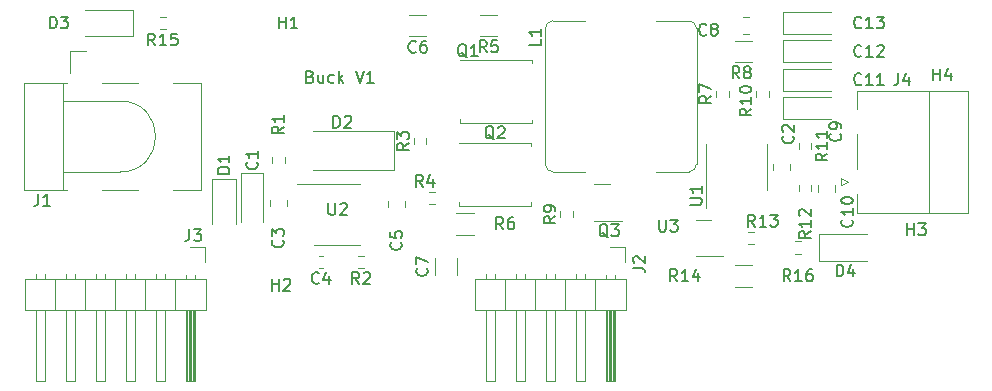
<source format=gbr>
%TF.GenerationSoftware,KiCad,Pcbnew,(6.0.1)*%
%TF.CreationDate,2022-06-13T19:43:20+02:00*%
%TF.ProjectId,Buck IRS25411,4275636b-2049-4525-9332-353431312e6b,rev?*%
%TF.SameCoordinates,Original*%
%TF.FileFunction,Legend,Top*%
%TF.FilePolarity,Positive*%
%FSLAX46Y46*%
G04 Gerber Fmt 4.6, Leading zero omitted, Abs format (unit mm)*
G04 Created by KiCad (PCBNEW (6.0.1)) date 2022-06-13 19:43:20*
%MOMM*%
%LPD*%
G01*
G04 APERTURE LIST*
%ADD10C,0.150000*%
%ADD11C,0.120000*%
G04 APERTURE END LIST*
D10*
X113700000Y-95128571D02*
X113842857Y-95176190D01*
X113890476Y-95223809D01*
X113938095Y-95319047D01*
X113938095Y-95461904D01*
X113890476Y-95557142D01*
X113842857Y-95604761D01*
X113747619Y-95652380D01*
X113366666Y-95652380D01*
X113366666Y-94652380D01*
X113700000Y-94652380D01*
X113795238Y-94700000D01*
X113842857Y-94747619D01*
X113890476Y-94842857D01*
X113890476Y-94938095D01*
X113842857Y-95033333D01*
X113795238Y-95080952D01*
X113700000Y-95128571D01*
X113366666Y-95128571D01*
X114795238Y-94985714D02*
X114795238Y-95652380D01*
X114366666Y-94985714D02*
X114366666Y-95509523D01*
X114414285Y-95604761D01*
X114509523Y-95652380D01*
X114652380Y-95652380D01*
X114747619Y-95604761D01*
X114795238Y-95557142D01*
X115700000Y-95604761D02*
X115604761Y-95652380D01*
X115414285Y-95652380D01*
X115319047Y-95604761D01*
X115271428Y-95557142D01*
X115223809Y-95461904D01*
X115223809Y-95176190D01*
X115271428Y-95080952D01*
X115319047Y-95033333D01*
X115414285Y-94985714D01*
X115604761Y-94985714D01*
X115700000Y-95033333D01*
X116128571Y-95652380D02*
X116128571Y-94652380D01*
X116223809Y-95271428D02*
X116509523Y-95652380D01*
X116509523Y-94985714D02*
X116128571Y-95366666D01*
X117557142Y-94652380D02*
X117890476Y-95652380D01*
X118223809Y-94652380D01*
X119080952Y-95652380D02*
X118509523Y-95652380D01*
X118795238Y-95652380D02*
X118795238Y-94652380D01*
X118700000Y-94795238D01*
X118604761Y-94890476D01*
X118509523Y-94938095D01*
%TO.C,C8*%
X147233333Y-91557142D02*
X147185714Y-91604761D01*
X147042857Y-91652380D01*
X146947619Y-91652380D01*
X146804761Y-91604761D01*
X146709523Y-91509523D01*
X146661904Y-91414285D01*
X146614285Y-91223809D01*
X146614285Y-91080952D01*
X146661904Y-90890476D01*
X146709523Y-90795238D01*
X146804761Y-90700000D01*
X146947619Y-90652380D01*
X147042857Y-90652380D01*
X147185714Y-90700000D01*
X147233333Y-90747619D01*
X147804761Y-91080952D02*
X147709523Y-91033333D01*
X147661904Y-90985714D01*
X147614285Y-90890476D01*
X147614285Y-90842857D01*
X147661904Y-90747619D01*
X147709523Y-90700000D01*
X147804761Y-90652380D01*
X147995238Y-90652380D01*
X148090476Y-90700000D01*
X148138095Y-90747619D01*
X148185714Y-90842857D01*
X148185714Y-90890476D01*
X148138095Y-90985714D01*
X148090476Y-91033333D01*
X147995238Y-91080952D01*
X147804761Y-91080952D01*
X147709523Y-91128571D01*
X147661904Y-91176190D01*
X147614285Y-91271428D01*
X147614285Y-91461904D01*
X147661904Y-91557142D01*
X147709523Y-91604761D01*
X147804761Y-91652380D01*
X147995238Y-91652380D01*
X148090476Y-91604761D01*
X148138095Y-91557142D01*
X148185714Y-91461904D01*
X148185714Y-91271428D01*
X148138095Y-91176190D01*
X148090476Y-91128571D01*
X147995238Y-91080952D01*
%TO.C,H4*%
X166438095Y-95452380D02*
X166438095Y-94452380D01*
X166438095Y-94928571D02*
X167009523Y-94928571D01*
X167009523Y-95452380D02*
X167009523Y-94452380D01*
X167914285Y-94785714D02*
X167914285Y-95452380D01*
X167676190Y-94404761D02*
X167438095Y-95119047D01*
X168057142Y-95119047D01*
%TO.C,H3*%
X164238095Y-108552380D02*
X164238095Y-107552380D01*
X164238095Y-108028571D02*
X164809523Y-108028571D01*
X164809523Y-108552380D02*
X164809523Y-107552380D01*
X165190476Y-107552380D02*
X165809523Y-107552380D01*
X165476190Y-107933333D01*
X165619047Y-107933333D01*
X165714285Y-107980952D01*
X165761904Y-108028571D01*
X165809523Y-108123809D01*
X165809523Y-108361904D01*
X165761904Y-108457142D01*
X165714285Y-108504761D01*
X165619047Y-108552380D01*
X165333333Y-108552380D01*
X165238095Y-108504761D01*
X165190476Y-108457142D01*
%TO.C,H2*%
X110438095Y-113252380D02*
X110438095Y-112252380D01*
X110438095Y-112728571D02*
X111009523Y-112728571D01*
X111009523Y-113252380D02*
X111009523Y-112252380D01*
X111438095Y-112347619D02*
X111485714Y-112300000D01*
X111580952Y-112252380D01*
X111819047Y-112252380D01*
X111914285Y-112300000D01*
X111961904Y-112347619D01*
X112009523Y-112442857D01*
X112009523Y-112538095D01*
X111961904Y-112680952D01*
X111390476Y-113252380D01*
X112009523Y-113252380D01*
%TO.C,H1*%
X111038095Y-91052380D02*
X111038095Y-90052380D01*
X111038095Y-90528571D02*
X111609523Y-90528571D01*
X111609523Y-91052380D02*
X111609523Y-90052380D01*
X112609523Y-91052380D02*
X112038095Y-91052380D01*
X112323809Y-91052380D02*
X112323809Y-90052380D01*
X112228571Y-90195238D01*
X112133333Y-90290476D01*
X112038095Y-90338095D01*
%TO.C,R16*%
X154357142Y-112452380D02*
X154023809Y-111976190D01*
X153785714Y-112452380D02*
X153785714Y-111452380D01*
X154166666Y-111452380D01*
X154261904Y-111500000D01*
X154309523Y-111547619D01*
X154357142Y-111642857D01*
X154357142Y-111785714D01*
X154309523Y-111880952D01*
X154261904Y-111928571D01*
X154166666Y-111976190D01*
X153785714Y-111976190D01*
X155309523Y-112452380D02*
X154738095Y-112452380D01*
X155023809Y-112452380D02*
X155023809Y-111452380D01*
X154928571Y-111595238D01*
X154833333Y-111690476D01*
X154738095Y-111738095D01*
X156166666Y-111452380D02*
X155976190Y-111452380D01*
X155880952Y-111500000D01*
X155833333Y-111547619D01*
X155738095Y-111690476D01*
X155690476Y-111880952D01*
X155690476Y-112261904D01*
X155738095Y-112357142D01*
X155785714Y-112404761D01*
X155880952Y-112452380D01*
X156071428Y-112452380D01*
X156166666Y-112404761D01*
X156214285Y-112357142D01*
X156261904Y-112261904D01*
X156261904Y-112023809D01*
X156214285Y-111928571D01*
X156166666Y-111880952D01*
X156071428Y-111833333D01*
X155880952Y-111833333D01*
X155785714Y-111880952D01*
X155738095Y-111928571D01*
X155690476Y-112023809D01*
%TO.C,R15*%
X100557142Y-92482380D02*
X100223809Y-92006190D01*
X99985714Y-92482380D02*
X99985714Y-91482380D01*
X100366666Y-91482380D01*
X100461904Y-91530000D01*
X100509523Y-91577619D01*
X100557142Y-91672857D01*
X100557142Y-91815714D01*
X100509523Y-91910952D01*
X100461904Y-91958571D01*
X100366666Y-92006190D01*
X99985714Y-92006190D01*
X101509523Y-92482380D02*
X100938095Y-92482380D01*
X101223809Y-92482380D02*
X101223809Y-91482380D01*
X101128571Y-91625238D01*
X101033333Y-91720476D01*
X100938095Y-91768095D01*
X102414285Y-91482380D02*
X101938095Y-91482380D01*
X101890476Y-91958571D01*
X101938095Y-91910952D01*
X102033333Y-91863333D01*
X102271428Y-91863333D01*
X102366666Y-91910952D01*
X102414285Y-91958571D01*
X102461904Y-92053809D01*
X102461904Y-92291904D01*
X102414285Y-92387142D01*
X102366666Y-92434761D01*
X102271428Y-92482380D01*
X102033333Y-92482380D01*
X101938095Y-92434761D01*
X101890476Y-92387142D01*
%TO.C,Q2*%
X129254761Y-100447619D02*
X129159523Y-100400000D01*
X129064285Y-100304761D01*
X128921428Y-100161904D01*
X128826190Y-100114285D01*
X128730952Y-100114285D01*
X128778571Y-100352380D02*
X128683333Y-100304761D01*
X128588095Y-100209523D01*
X128540476Y-100019047D01*
X128540476Y-99685714D01*
X128588095Y-99495238D01*
X128683333Y-99400000D01*
X128778571Y-99352380D01*
X128969047Y-99352380D01*
X129064285Y-99400000D01*
X129159523Y-99495238D01*
X129207142Y-99685714D01*
X129207142Y-100019047D01*
X129159523Y-100209523D01*
X129064285Y-100304761D01*
X128969047Y-100352380D01*
X128778571Y-100352380D01*
X129588095Y-99447619D02*
X129635714Y-99400000D01*
X129730952Y-99352380D01*
X129969047Y-99352380D01*
X130064285Y-99400000D01*
X130111904Y-99447619D01*
X130159523Y-99542857D01*
X130159523Y-99638095D01*
X130111904Y-99780952D01*
X129540476Y-100352380D01*
X130159523Y-100352380D01*
%TO.C,D4*%
X158261904Y-112052380D02*
X158261904Y-111052380D01*
X158500000Y-111052380D01*
X158642857Y-111100000D01*
X158738095Y-111195238D01*
X158785714Y-111290476D01*
X158833333Y-111480952D01*
X158833333Y-111623809D01*
X158785714Y-111814285D01*
X158738095Y-111909523D01*
X158642857Y-112004761D01*
X158500000Y-112052380D01*
X158261904Y-112052380D01*
X159690476Y-111385714D02*
X159690476Y-112052380D01*
X159452380Y-111004761D02*
X159214285Y-111719047D01*
X159833333Y-111719047D01*
%TO.C,D3*%
X91661904Y-91052380D02*
X91661904Y-90052380D01*
X91900000Y-90052380D01*
X92042857Y-90100000D01*
X92138095Y-90195238D01*
X92185714Y-90290476D01*
X92233333Y-90480952D01*
X92233333Y-90623809D01*
X92185714Y-90814285D01*
X92138095Y-90909523D01*
X92042857Y-91004761D01*
X91900000Y-91052380D01*
X91661904Y-91052380D01*
X92566666Y-90052380D02*
X93185714Y-90052380D01*
X92852380Y-90433333D01*
X92995238Y-90433333D01*
X93090476Y-90480952D01*
X93138095Y-90528571D01*
X93185714Y-90623809D01*
X93185714Y-90861904D01*
X93138095Y-90957142D01*
X93090476Y-91004761D01*
X92995238Y-91052380D01*
X92709523Y-91052380D01*
X92614285Y-91004761D01*
X92566666Y-90957142D01*
%TO.C,C10*%
X159557142Y-107242857D02*
X159604761Y-107290476D01*
X159652380Y-107433333D01*
X159652380Y-107528571D01*
X159604761Y-107671428D01*
X159509523Y-107766666D01*
X159414285Y-107814285D01*
X159223809Y-107861904D01*
X159080952Y-107861904D01*
X158890476Y-107814285D01*
X158795238Y-107766666D01*
X158700000Y-107671428D01*
X158652380Y-107528571D01*
X158652380Y-107433333D01*
X158700000Y-107290476D01*
X158747619Y-107242857D01*
X159652380Y-106290476D02*
X159652380Y-106861904D01*
X159652380Y-106576190D02*
X158652380Y-106576190D01*
X158795238Y-106671428D01*
X158890476Y-106766666D01*
X158938095Y-106861904D01*
X158652380Y-105671428D02*
X158652380Y-105576190D01*
X158700000Y-105480952D01*
X158747619Y-105433333D01*
X158842857Y-105385714D01*
X159033333Y-105338095D01*
X159271428Y-105338095D01*
X159461904Y-105385714D01*
X159557142Y-105433333D01*
X159604761Y-105480952D01*
X159652380Y-105576190D01*
X159652380Y-105671428D01*
X159604761Y-105766666D01*
X159557142Y-105814285D01*
X159461904Y-105861904D01*
X159271428Y-105909523D01*
X159033333Y-105909523D01*
X158842857Y-105861904D01*
X158747619Y-105814285D01*
X158700000Y-105766666D01*
X158652380Y-105671428D01*
%TO.C,C5*%
X121357142Y-109166666D02*
X121404761Y-109214285D01*
X121452380Y-109357142D01*
X121452380Y-109452380D01*
X121404761Y-109595238D01*
X121309523Y-109690476D01*
X121214285Y-109738095D01*
X121023809Y-109785714D01*
X120880952Y-109785714D01*
X120690476Y-109738095D01*
X120595238Y-109690476D01*
X120500000Y-109595238D01*
X120452380Y-109452380D01*
X120452380Y-109357142D01*
X120500000Y-109214285D01*
X120547619Y-109166666D01*
X120452380Y-108261904D02*
X120452380Y-108738095D01*
X120928571Y-108785714D01*
X120880952Y-108738095D01*
X120833333Y-108642857D01*
X120833333Y-108404761D01*
X120880952Y-108309523D01*
X120928571Y-108261904D01*
X121023809Y-108214285D01*
X121261904Y-108214285D01*
X121357142Y-108261904D01*
X121404761Y-108309523D01*
X121452380Y-108404761D01*
X121452380Y-108642857D01*
X121404761Y-108738095D01*
X121357142Y-108785714D01*
%TO.C,C3*%
X111357142Y-108966666D02*
X111404761Y-109014285D01*
X111452380Y-109157142D01*
X111452380Y-109252380D01*
X111404761Y-109395238D01*
X111309523Y-109490476D01*
X111214285Y-109538095D01*
X111023809Y-109585714D01*
X110880952Y-109585714D01*
X110690476Y-109538095D01*
X110595238Y-109490476D01*
X110500000Y-109395238D01*
X110452380Y-109252380D01*
X110452380Y-109157142D01*
X110500000Y-109014285D01*
X110547619Y-108966666D01*
X110452380Y-108633333D02*
X110452380Y-108014285D01*
X110833333Y-108347619D01*
X110833333Y-108204761D01*
X110880952Y-108109523D01*
X110928571Y-108061904D01*
X111023809Y-108014285D01*
X111261904Y-108014285D01*
X111357142Y-108061904D01*
X111404761Y-108109523D01*
X111452380Y-108204761D01*
X111452380Y-108490476D01*
X111404761Y-108585714D01*
X111357142Y-108633333D01*
%TO.C,C2*%
X154557142Y-100166666D02*
X154604761Y-100214285D01*
X154652380Y-100357142D01*
X154652380Y-100452380D01*
X154604761Y-100595238D01*
X154509523Y-100690476D01*
X154414285Y-100738095D01*
X154223809Y-100785714D01*
X154080952Y-100785714D01*
X153890476Y-100738095D01*
X153795238Y-100690476D01*
X153700000Y-100595238D01*
X153652380Y-100452380D01*
X153652380Y-100357142D01*
X153700000Y-100214285D01*
X153747619Y-100166666D01*
X153747619Y-99785714D02*
X153700000Y-99738095D01*
X153652380Y-99642857D01*
X153652380Y-99404761D01*
X153700000Y-99309523D01*
X153747619Y-99261904D01*
X153842857Y-99214285D01*
X153938095Y-99214285D01*
X154080952Y-99261904D01*
X154652380Y-99833333D01*
X154652380Y-99214285D01*
%TO.C,J1*%
X90666666Y-105052380D02*
X90666666Y-105766666D01*
X90619047Y-105909523D01*
X90523809Y-106004761D01*
X90380952Y-106052380D01*
X90285714Y-106052380D01*
X91666666Y-106052380D02*
X91095238Y-106052380D01*
X91380952Y-106052380D02*
X91380952Y-105052380D01*
X91285714Y-105195238D01*
X91190476Y-105290476D01*
X91095238Y-105338095D01*
%TO.C,L1*%
X133202380Y-91966666D02*
X133202380Y-92442857D01*
X132202380Y-92442857D01*
X133202380Y-91109523D02*
X133202380Y-91680952D01*
X133202380Y-91395238D02*
X132202380Y-91395238D01*
X132345238Y-91490476D01*
X132440476Y-91585714D01*
X132488095Y-91680952D01*
%TO.C,C13*%
X160357142Y-90957142D02*
X160309523Y-91004761D01*
X160166666Y-91052380D01*
X160071428Y-91052380D01*
X159928571Y-91004761D01*
X159833333Y-90909523D01*
X159785714Y-90814285D01*
X159738095Y-90623809D01*
X159738095Y-90480952D01*
X159785714Y-90290476D01*
X159833333Y-90195238D01*
X159928571Y-90100000D01*
X160071428Y-90052380D01*
X160166666Y-90052380D01*
X160309523Y-90100000D01*
X160357142Y-90147619D01*
X161309523Y-91052380D02*
X160738095Y-91052380D01*
X161023809Y-91052380D02*
X161023809Y-90052380D01*
X160928571Y-90195238D01*
X160833333Y-90290476D01*
X160738095Y-90338095D01*
X161642857Y-90052380D02*
X162261904Y-90052380D01*
X161928571Y-90433333D01*
X162071428Y-90433333D01*
X162166666Y-90480952D01*
X162214285Y-90528571D01*
X162261904Y-90623809D01*
X162261904Y-90861904D01*
X162214285Y-90957142D01*
X162166666Y-91004761D01*
X162071428Y-91052380D01*
X161785714Y-91052380D01*
X161690476Y-91004761D01*
X161642857Y-90957142D01*
%TO.C,C12*%
X160357142Y-93357142D02*
X160309523Y-93404761D01*
X160166666Y-93452380D01*
X160071428Y-93452380D01*
X159928571Y-93404761D01*
X159833333Y-93309523D01*
X159785714Y-93214285D01*
X159738095Y-93023809D01*
X159738095Y-92880952D01*
X159785714Y-92690476D01*
X159833333Y-92595238D01*
X159928571Y-92500000D01*
X160071428Y-92452380D01*
X160166666Y-92452380D01*
X160309523Y-92500000D01*
X160357142Y-92547619D01*
X161309523Y-93452380D02*
X160738095Y-93452380D01*
X161023809Y-93452380D02*
X161023809Y-92452380D01*
X160928571Y-92595238D01*
X160833333Y-92690476D01*
X160738095Y-92738095D01*
X161690476Y-92547619D02*
X161738095Y-92500000D01*
X161833333Y-92452380D01*
X162071428Y-92452380D01*
X162166666Y-92500000D01*
X162214285Y-92547619D01*
X162261904Y-92642857D01*
X162261904Y-92738095D01*
X162214285Y-92880952D01*
X161642857Y-93452380D01*
X162261904Y-93452380D01*
%TO.C,C11*%
X160357142Y-95757142D02*
X160309523Y-95804761D01*
X160166666Y-95852380D01*
X160071428Y-95852380D01*
X159928571Y-95804761D01*
X159833333Y-95709523D01*
X159785714Y-95614285D01*
X159738095Y-95423809D01*
X159738095Y-95280952D01*
X159785714Y-95090476D01*
X159833333Y-94995238D01*
X159928571Y-94900000D01*
X160071428Y-94852380D01*
X160166666Y-94852380D01*
X160309523Y-94900000D01*
X160357142Y-94947619D01*
X161309523Y-95852380D02*
X160738095Y-95852380D01*
X161023809Y-95852380D02*
X161023809Y-94852380D01*
X160928571Y-94995238D01*
X160833333Y-95090476D01*
X160738095Y-95138095D01*
X162261904Y-95852380D02*
X161690476Y-95852380D01*
X161976190Y-95852380D02*
X161976190Y-94852380D01*
X161880952Y-94995238D01*
X161785714Y-95090476D01*
X161690476Y-95138095D01*
%TO.C,C9*%
X158557142Y-99966666D02*
X158604761Y-100014285D01*
X158652380Y-100157142D01*
X158652380Y-100252380D01*
X158604761Y-100395238D01*
X158509523Y-100490476D01*
X158414285Y-100538095D01*
X158223809Y-100585714D01*
X158080952Y-100585714D01*
X157890476Y-100538095D01*
X157795238Y-100490476D01*
X157700000Y-100395238D01*
X157652380Y-100252380D01*
X157652380Y-100157142D01*
X157700000Y-100014285D01*
X157747619Y-99966666D01*
X158652380Y-99490476D02*
X158652380Y-99300000D01*
X158604761Y-99204761D01*
X158557142Y-99157142D01*
X158414285Y-99061904D01*
X158223809Y-99014285D01*
X157842857Y-99014285D01*
X157747619Y-99061904D01*
X157700000Y-99109523D01*
X157652380Y-99204761D01*
X157652380Y-99395238D01*
X157700000Y-99490476D01*
X157747619Y-99538095D01*
X157842857Y-99585714D01*
X158080952Y-99585714D01*
X158176190Y-99538095D01*
X158223809Y-99490476D01*
X158271428Y-99395238D01*
X158271428Y-99204761D01*
X158223809Y-99109523D01*
X158176190Y-99061904D01*
X158080952Y-99014285D01*
%TO.C,C1*%
X109157142Y-102366666D02*
X109204761Y-102414285D01*
X109252380Y-102557142D01*
X109252380Y-102652380D01*
X109204761Y-102795238D01*
X109109523Y-102890476D01*
X109014285Y-102938095D01*
X108823809Y-102985714D01*
X108680952Y-102985714D01*
X108490476Y-102938095D01*
X108395238Y-102890476D01*
X108300000Y-102795238D01*
X108252380Y-102652380D01*
X108252380Y-102557142D01*
X108300000Y-102414285D01*
X108347619Y-102366666D01*
X109252380Y-101414285D02*
X109252380Y-101985714D01*
X109252380Y-101700000D02*
X108252380Y-101700000D01*
X108395238Y-101795238D01*
X108490476Y-101890476D01*
X108538095Y-101985714D01*
%TO.C,J3*%
X103466666Y-108052380D02*
X103466666Y-108766666D01*
X103419047Y-108909523D01*
X103323809Y-109004761D01*
X103180952Y-109052380D01*
X103085714Y-109052380D01*
X103847619Y-108052380D02*
X104466666Y-108052380D01*
X104133333Y-108433333D01*
X104276190Y-108433333D01*
X104371428Y-108480952D01*
X104419047Y-108528571D01*
X104466666Y-108623809D01*
X104466666Y-108861904D01*
X104419047Y-108957142D01*
X104371428Y-109004761D01*
X104276190Y-109052380D01*
X103990476Y-109052380D01*
X103895238Y-109004761D01*
X103847619Y-108957142D01*
%TO.C,J2*%
X141052380Y-111333333D02*
X141766666Y-111333333D01*
X141909523Y-111380952D01*
X142004761Y-111476190D01*
X142052380Y-111619047D01*
X142052380Y-111714285D01*
X141147619Y-110904761D02*
X141100000Y-110857142D01*
X141052380Y-110761904D01*
X141052380Y-110523809D01*
X141100000Y-110428571D01*
X141147619Y-110380952D01*
X141242857Y-110333333D01*
X141338095Y-110333333D01*
X141480952Y-110380952D01*
X142052380Y-110952380D01*
X142052380Y-110333333D01*
%TO.C,J4*%
X163466666Y-94852380D02*
X163466666Y-95566666D01*
X163419047Y-95709523D01*
X163323809Y-95804761D01*
X163180952Y-95852380D01*
X163085714Y-95852380D01*
X164371428Y-95185714D02*
X164371428Y-95852380D01*
X164133333Y-94804761D02*
X163895238Y-95519047D01*
X164514285Y-95519047D01*
%TO.C,C4*%
X114433333Y-112587142D02*
X114385714Y-112634761D01*
X114242857Y-112682380D01*
X114147619Y-112682380D01*
X114004761Y-112634761D01*
X113909523Y-112539523D01*
X113861904Y-112444285D01*
X113814285Y-112253809D01*
X113814285Y-112110952D01*
X113861904Y-111920476D01*
X113909523Y-111825238D01*
X114004761Y-111730000D01*
X114147619Y-111682380D01*
X114242857Y-111682380D01*
X114385714Y-111730000D01*
X114433333Y-111777619D01*
X115290476Y-112015714D02*
X115290476Y-112682380D01*
X115052380Y-111634761D02*
X114814285Y-112349047D01*
X115433333Y-112349047D01*
%TO.C,D2*%
X115661904Y-99452380D02*
X115661904Y-98452380D01*
X115900000Y-98452380D01*
X116042857Y-98500000D01*
X116138095Y-98595238D01*
X116185714Y-98690476D01*
X116233333Y-98880952D01*
X116233333Y-99023809D01*
X116185714Y-99214285D01*
X116138095Y-99309523D01*
X116042857Y-99404761D01*
X115900000Y-99452380D01*
X115661904Y-99452380D01*
X116614285Y-98547619D02*
X116661904Y-98500000D01*
X116757142Y-98452380D01*
X116995238Y-98452380D01*
X117090476Y-98500000D01*
X117138095Y-98547619D01*
X117185714Y-98642857D01*
X117185714Y-98738095D01*
X117138095Y-98880952D01*
X116566666Y-99452380D01*
X117185714Y-99452380D01*
%TO.C,D1*%
X106852380Y-103338095D02*
X105852380Y-103338095D01*
X105852380Y-103100000D01*
X105900000Y-102957142D01*
X105995238Y-102861904D01*
X106090476Y-102814285D01*
X106280952Y-102766666D01*
X106423809Y-102766666D01*
X106614285Y-102814285D01*
X106709523Y-102861904D01*
X106804761Y-102957142D01*
X106852380Y-103100000D01*
X106852380Y-103338095D01*
X106852380Y-101814285D02*
X106852380Y-102385714D01*
X106852380Y-102100000D02*
X105852380Y-102100000D01*
X105995238Y-102195238D01*
X106090476Y-102290476D01*
X106138095Y-102385714D01*
%TO.C,Q3*%
X138904761Y-108747619D02*
X138809523Y-108700000D01*
X138714285Y-108604761D01*
X138571428Y-108461904D01*
X138476190Y-108414285D01*
X138380952Y-108414285D01*
X138428571Y-108652380D02*
X138333333Y-108604761D01*
X138238095Y-108509523D01*
X138190476Y-108319047D01*
X138190476Y-107985714D01*
X138238095Y-107795238D01*
X138333333Y-107700000D01*
X138428571Y-107652380D01*
X138619047Y-107652380D01*
X138714285Y-107700000D01*
X138809523Y-107795238D01*
X138857142Y-107985714D01*
X138857142Y-108319047D01*
X138809523Y-108509523D01*
X138714285Y-108604761D01*
X138619047Y-108652380D01*
X138428571Y-108652380D01*
X139190476Y-107652380D02*
X139809523Y-107652380D01*
X139476190Y-108033333D01*
X139619047Y-108033333D01*
X139714285Y-108080952D01*
X139761904Y-108128571D01*
X139809523Y-108223809D01*
X139809523Y-108461904D01*
X139761904Y-108557142D01*
X139714285Y-108604761D01*
X139619047Y-108652380D01*
X139333333Y-108652380D01*
X139238095Y-108604761D01*
X139190476Y-108557142D01*
%TO.C,R5*%
X128633333Y-93072380D02*
X128300000Y-92596190D01*
X128061904Y-93072380D02*
X128061904Y-92072380D01*
X128442857Y-92072380D01*
X128538095Y-92120000D01*
X128585714Y-92167619D01*
X128633333Y-92262857D01*
X128633333Y-92405714D01*
X128585714Y-92500952D01*
X128538095Y-92548571D01*
X128442857Y-92596190D01*
X128061904Y-92596190D01*
X129538095Y-92072380D02*
X129061904Y-92072380D01*
X129014285Y-92548571D01*
X129061904Y-92500952D01*
X129157142Y-92453333D01*
X129395238Y-92453333D01*
X129490476Y-92500952D01*
X129538095Y-92548571D01*
X129585714Y-92643809D01*
X129585714Y-92881904D01*
X129538095Y-92977142D01*
X129490476Y-93024761D01*
X129395238Y-93072380D01*
X129157142Y-93072380D01*
X129061904Y-93024761D01*
X129014285Y-92977142D01*
%TO.C,R1*%
X111452380Y-99366666D02*
X110976190Y-99700000D01*
X111452380Y-99938095D02*
X110452380Y-99938095D01*
X110452380Y-99557142D01*
X110500000Y-99461904D01*
X110547619Y-99414285D01*
X110642857Y-99366666D01*
X110785714Y-99366666D01*
X110880952Y-99414285D01*
X110928571Y-99461904D01*
X110976190Y-99557142D01*
X110976190Y-99938095D01*
X111452380Y-98414285D02*
X111452380Y-98985714D01*
X111452380Y-98700000D02*
X110452380Y-98700000D01*
X110595238Y-98795238D01*
X110690476Y-98890476D01*
X110738095Y-98985714D01*
%TO.C,R3*%
X122022380Y-100766666D02*
X121546190Y-101100000D01*
X122022380Y-101338095D02*
X121022380Y-101338095D01*
X121022380Y-100957142D01*
X121070000Y-100861904D01*
X121117619Y-100814285D01*
X121212857Y-100766666D01*
X121355714Y-100766666D01*
X121450952Y-100814285D01*
X121498571Y-100861904D01*
X121546190Y-100957142D01*
X121546190Y-101338095D01*
X121022380Y-100433333D02*
X121022380Y-99814285D01*
X121403333Y-100147619D01*
X121403333Y-100004761D01*
X121450952Y-99909523D01*
X121498571Y-99861904D01*
X121593809Y-99814285D01*
X121831904Y-99814285D01*
X121927142Y-99861904D01*
X121974761Y-99909523D01*
X122022380Y-100004761D01*
X122022380Y-100290476D01*
X121974761Y-100385714D01*
X121927142Y-100433333D01*
%TO.C,R8*%
X150033333Y-95272380D02*
X149700000Y-94796190D01*
X149461904Y-95272380D02*
X149461904Y-94272380D01*
X149842857Y-94272380D01*
X149938095Y-94320000D01*
X149985714Y-94367619D01*
X150033333Y-94462857D01*
X150033333Y-94605714D01*
X149985714Y-94700952D01*
X149938095Y-94748571D01*
X149842857Y-94796190D01*
X149461904Y-94796190D01*
X150604761Y-94700952D02*
X150509523Y-94653333D01*
X150461904Y-94605714D01*
X150414285Y-94510476D01*
X150414285Y-94462857D01*
X150461904Y-94367619D01*
X150509523Y-94320000D01*
X150604761Y-94272380D01*
X150795238Y-94272380D01*
X150890476Y-94320000D01*
X150938095Y-94367619D01*
X150985714Y-94462857D01*
X150985714Y-94510476D01*
X150938095Y-94605714D01*
X150890476Y-94653333D01*
X150795238Y-94700952D01*
X150604761Y-94700952D01*
X150509523Y-94748571D01*
X150461904Y-94796190D01*
X150414285Y-94891428D01*
X150414285Y-95081904D01*
X150461904Y-95177142D01*
X150509523Y-95224761D01*
X150604761Y-95272380D01*
X150795238Y-95272380D01*
X150890476Y-95224761D01*
X150938095Y-95177142D01*
X150985714Y-95081904D01*
X150985714Y-94891428D01*
X150938095Y-94796190D01*
X150890476Y-94748571D01*
X150795238Y-94700952D01*
%TO.C,R6*%
X130033333Y-108052380D02*
X129700000Y-107576190D01*
X129461904Y-108052380D02*
X129461904Y-107052380D01*
X129842857Y-107052380D01*
X129938095Y-107100000D01*
X129985714Y-107147619D01*
X130033333Y-107242857D01*
X130033333Y-107385714D01*
X129985714Y-107480952D01*
X129938095Y-107528571D01*
X129842857Y-107576190D01*
X129461904Y-107576190D01*
X130890476Y-107052380D02*
X130700000Y-107052380D01*
X130604761Y-107100000D01*
X130557142Y-107147619D01*
X130461904Y-107290476D01*
X130414285Y-107480952D01*
X130414285Y-107861904D01*
X130461904Y-107957142D01*
X130509523Y-108004761D01*
X130604761Y-108052380D01*
X130795238Y-108052380D01*
X130890476Y-108004761D01*
X130938095Y-107957142D01*
X130985714Y-107861904D01*
X130985714Y-107623809D01*
X130938095Y-107528571D01*
X130890476Y-107480952D01*
X130795238Y-107433333D01*
X130604761Y-107433333D01*
X130509523Y-107480952D01*
X130461904Y-107528571D01*
X130414285Y-107623809D01*
%TO.C,R4*%
X123233333Y-104452380D02*
X122900000Y-103976190D01*
X122661904Y-104452380D02*
X122661904Y-103452380D01*
X123042857Y-103452380D01*
X123138095Y-103500000D01*
X123185714Y-103547619D01*
X123233333Y-103642857D01*
X123233333Y-103785714D01*
X123185714Y-103880952D01*
X123138095Y-103928571D01*
X123042857Y-103976190D01*
X122661904Y-103976190D01*
X124090476Y-103785714D02*
X124090476Y-104452380D01*
X123852380Y-103404761D02*
X123614285Y-104119047D01*
X124233333Y-104119047D01*
%TO.C,R7*%
X147652380Y-96766666D02*
X147176190Y-97100000D01*
X147652380Y-97338095D02*
X146652380Y-97338095D01*
X146652380Y-96957142D01*
X146700000Y-96861904D01*
X146747619Y-96814285D01*
X146842857Y-96766666D01*
X146985714Y-96766666D01*
X147080952Y-96814285D01*
X147128571Y-96861904D01*
X147176190Y-96957142D01*
X147176190Y-97338095D01*
X146652380Y-96433333D02*
X146652380Y-95766666D01*
X147652380Y-96195238D01*
%TO.C,R10*%
X151052380Y-97842857D02*
X150576190Y-98176190D01*
X151052380Y-98414285D02*
X150052380Y-98414285D01*
X150052380Y-98033333D01*
X150100000Y-97938095D01*
X150147619Y-97890476D01*
X150242857Y-97842857D01*
X150385714Y-97842857D01*
X150480952Y-97890476D01*
X150528571Y-97938095D01*
X150576190Y-98033333D01*
X150576190Y-98414285D01*
X151052380Y-96890476D02*
X151052380Y-97461904D01*
X151052380Y-97176190D02*
X150052380Y-97176190D01*
X150195238Y-97271428D01*
X150290476Y-97366666D01*
X150338095Y-97461904D01*
X150052380Y-96271428D02*
X150052380Y-96176190D01*
X150100000Y-96080952D01*
X150147619Y-96033333D01*
X150242857Y-95985714D01*
X150433333Y-95938095D01*
X150671428Y-95938095D01*
X150861904Y-95985714D01*
X150957142Y-96033333D01*
X151004761Y-96080952D01*
X151052380Y-96176190D01*
X151052380Y-96271428D01*
X151004761Y-96366666D01*
X150957142Y-96414285D01*
X150861904Y-96461904D01*
X150671428Y-96509523D01*
X150433333Y-96509523D01*
X150242857Y-96461904D01*
X150147619Y-96414285D01*
X150100000Y-96366666D01*
X150052380Y-96271428D01*
%TO.C,R11*%
X157482380Y-101642857D02*
X157006190Y-101976190D01*
X157482380Y-102214285D02*
X156482380Y-102214285D01*
X156482380Y-101833333D01*
X156530000Y-101738095D01*
X156577619Y-101690476D01*
X156672857Y-101642857D01*
X156815714Y-101642857D01*
X156910952Y-101690476D01*
X156958571Y-101738095D01*
X157006190Y-101833333D01*
X157006190Y-102214285D01*
X157482380Y-100690476D02*
X157482380Y-101261904D01*
X157482380Y-100976190D02*
X156482380Y-100976190D01*
X156625238Y-101071428D01*
X156720476Y-101166666D01*
X156768095Y-101261904D01*
X157482380Y-99738095D02*
X157482380Y-100309523D01*
X157482380Y-100023809D02*
X156482380Y-100023809D01*
X156625238Y-100119047D01*
X156720476Y-100214285D01*
X156768095Y-100309523D01*
%TO.C,R13*%
X151357142Y-107822380D02*
X151023809Y-107346190D01*
X150785714Y-107822380D02*
X150785714Y-106822380D01*
X151166666Y-106822380D01*
X151261904Y-106870000D01*
X151309523Y-106917619D01*
X151357142Y-107012857D01*
X151357142Y-107155714D01*
X151309523Y-107250952D01*
X151261904Y-107298571D01*
X151166666Y-107346190D01*
X150785714Y-107346190D01*
X152309523Y-107822380D02*
X151738095Y-107822380D01*
X152023809Y-107822380D02*
X152023809Y-106822380D01*
X151928571Y-106965238D01*
X151833333Y-107060476D01*
X151738095Y-107108095D01*
X152642857Y-106822380D02*
X153261904Y-106822380D01*
X152928571Y-107203333D01*
X153071428Y-107203333D01*
X153166666Y-107250952D01*
X153214285Y-107298571D01*
X153261904Y-107393809D01*
X153261904Y-107631904D01*
X153214285Y-107727142D01*
X153166666Y-107774761D01*
X153071428Y-107822380D01*
X152785714Y-107822380D01*
X152690476Y-107774761D01*
X152642857Y-107727142D01*
%TO.C,R14*%
X144757142Y-112452380D02*
X144423809Y-111976190D01*
X144185714Y-112452380D02*
X144185714Y-111452380D01*
X144566666Y-111452380D01*
X144661904Y-111500000D01*
X144709523Y-111547619D01*
X144757142Y-111642857D01*
X144757142Y-111785714D01*
X144709523Y-111880952D01*
X144661904Y-111928571D01*
X144566666Y-111976190D01*
X144185714Y-111976190D01*
X145709523Y-112452380D02*
X145138095Y-112452380D01*
X145423809Y-112452380D02*
X145423809Y-111452380D01*
X145328571Y-111595238D01*
X145233333Y-111690476D01*
X145138095Y-111738095D01*
X146566666Y-111785714D02*
X146566666Y-112452380D01*
X146328571Y-111404761D02*
X146090476Y-112119047D01*
X146709523Y-112119047D01*
%TO.C,R2*%
X117833333Y-112682380D02*
X117500000Y-112206190D01*
X117261904Y-112682380D02*
X117261904Y-111682380D01*
X117642857Y-111682380D01*
X117738095Y-111730000D01*
X117785714Y-111777619D01*
X117833333Y-111872857D01*
X117833333Y-112015714D01*
X117785714Y-112110952D01*
X117738095Y-112158571D01*
X117642857Y-112206190D01*
X117261904Y-112206190D01*
X118214285Y-111777619D02*
X118261904Y-111730000D01*
X118357142Y-111682380D01*
X118595238Y-111682380D01*
X118690476Y-111730000D01*
X118738095Y-111777619D01*
X118785714Y-111872857D01*
X118785714Y-111968095D01*
X118738095Y-112110952D01*
X118166666Y-112682380D01*
X118785714Y-112682380D01*
%TO.C,R9*%
X134452380Y-106966666D02*
X133976190Y-107300000D01*
X134452380Y-107538095D02*
X133452380Y-107538095D01*
X133452380Y-107157142D01*
X133500000Y-107061904D01*
X133547619Y-107014285D01*
X133642857Y-106966666D01*
X133785714Y-106966666D01*
X133880952Y-107014285D01*
X133928571Y-107061904D01*
X133976190Y-107157142D01*
X133976190Y-107538095D01*
X134452380Y-106490476D02*
X134452380Y-106300000D01*
X134404761Y-106204761D01*
X134357142Y-106157142D01*
X134214285Y-106061904D01*
X134023809Y-106014285D01*
X133642857Y-106014285D01*
X133547619Y-106061904D01*
X133500000Y-106109523D01*
X133452380Y-106204761D01*
X133452380Y-106395238D01*
X133500000Y-106490476D01*
X133547619Y-106538095D01*
X133642857Y-106585714D01*
X133880952Y-106585714D01*
X133976190Y-106538095D01*
X134023809Y-106490476D01*
X134071428Y-106395238D01*
X134071428Y-106204761D01*
X134023809Y-106109523D01*
X133976190Y-106061904D01*
X133880952Y-106014285D01*
%TO.C,U2*%
X115238095Y-105852380D02*
X115238095Y-106661904D01*
X115285714Y-106757142D01*
X115333333Y-106804761D01*
X115428571Y-106852380D01*
X115619047Y-106852380D01*
X115714285Y-106804761D01*
X115761904Y-106757142D01*
X115809523Y-106661904D01*
X115809523Y-105852380D01*
X116238095Y-105947619D02*
X116285714Y-105900000D01*
X116380952Y-105852380D01*
X116619047Y-105852380D01*
X116714285Y-105900000D01*
X116761904Y-105947619D01*
X116809523Y-106042857D01*
X116809523Y-106138095D01*
X116761904Y-106280952D01*
X116190476Y-106852380D01*
X116809523Y-106852380D01*
%TO.C,U3*%
X143238095Y-107252380D02*
X143238095Y-108061904D01*
X143285714Y-108157142D01*
X143333333Y-108204761D01*
X143428571Y-108252380D01*
X143619047Y-108252380D01*
X143714285Y-108204761D01*
X143761904Y-108157142D01*
X143809523Y-108061904D01*
X143809523Y-107252380D01*
X144190476Y-107252380D02*
X144809523Y-107252380D01*
X144476190Y-107633333D01*
X144619047Y-107633333D01*
X144714285Y-107680952D01*
X144761904Y-107728571D01*
X144809523Y-107823809D01*
X144809523Y-108061904D01*
X144761904Y-108157142D01*
X144714285Y-108204761D01*
X144619047Y-108252380D01*
X144333333Y-108252380D01*
X144238095Y-108204761D01*
X144190476Y-108157142D01*
%TO.C,U1*%
X145852380Y-105961904D02*
X146661904Y-105961904D01*
X146757142Y-105914285D01*
X146804761Y-105866666D01*
X146852380Y-105771428D01*
X146852380Y-105580952D01*
X146804761Y-105485714D01*
X146757142Y-105438095D01*
X146661904Y-105390476D01*
X145852380Y-105390476D01*
X146852380Y-104390476D02*
X146852380Y-104961904D01*
X146852380Y-104676190D02*
X145852380Y-104676190D01*
X145995238Y-104771428D01*
X146090476Y-104866666D01*
X146138095Y-104961904D01*
%TO.C,Q1*%
X126954761Y-93497619D02*
X126859523Y-93450000D01*
X126764285Y-93354761D01*
X126621428Y-93211904D01*
X126526190Y-93164285D01*
X126430952Y-93164285D01*
X126478571Y-93402380D02*
X126383333Y-93354761D01*
X126288095Y-93259523D01*
X126240476Y-93069047D01*
X126240476Y-92735714D01*
X126288095Y-92545238D01*
X126383333Y-92450000D01*
X126478571Y-92402380D01*
X126669047Y-92402380D01*
X126764285Y-92450000D01*
X126859523Y-92545238D01*
X126907142Y-92735714D01*
X126907142Y-93069047D01*
X126859523Y-93259523D01*
X126764285Y-93354761D01*
X126669047Y-93402380D01*
X126478571Y-93402380D01*
X127859523Y-93402380D02*
X127288095Y-93402380D01*
X127573809Y-93402380D02*
X127573809Y-92402380D01*
X127478571Y-92545238D01*
X127383333Y-92640476D01*
X127288095Y-92688095D01*
%TO.C,C6*%
X122633333Y-93007142D02*
X122585714Y-93054761D01*
X122442857Y-93102380D01*
X122347619Y-93102380D01*
X122204761Y-93054761D01*
X122109523Y-92959523D01*
X122061904Y-92864285D01*
X122014285Y-92673809D01*
X122014285Y-92530952D01*
X122061904Y-92340476D01*
X122109523Y-92245238D01*
X122204761Y-92150000D01*
X122347619Y-92102380D01*
X122442857Y-92102380D01*
X122585714Y-92150000D01*
X122633333Y-92197619D01*
X123490476Y-92102380D02*
X123300000Y-92102380D01*
X123204761Y-92150000D01*
X123157142Y-92197619D01*
X123061904Y-92340476D01*
X123014285Y-92530952D01*
X123014285Y-92911904D01*
X123061904Y-93007142D01*
X123109523Y-93054761D01*
X123204761Y-93102380D01*
X123395238Y-93102380D01*
X123490476Y-93054761D01*
X123538095Y-93007142D01*
X123585714Y-92911904D01*
X123585714Y-92673809D01*
X123538095Y-92578571D01*
X123490476Y-92530952D01*
X123395238Y-92483333D01*
X123204761Y-92483333D01*
X123109523Y-92530952D01*
X123061904Y-92578571D01*
X123014285Y-92673809D01*
%TO.C,C7*%
X123557142Y-111366666D02*
X123604761Y-111414285D01*
X123652380Y-111557142D01*
X123652380Y-111652380D01*
X123604761Y-111795238D01*
X123509523Y-111890476D01*
X123414285Y-111938095D01*
X123223809Y-111985714D01*
X123080952Y-111985714D01*
X122890476Y-111938095D01*
X122795238Y-111890476D01*
X122700000Y-111795238D01*
X122652380Y-111652380D01*
X122652380Y-111557142D01*
X122700000Y-111414285D01*
X122747619Y-111366666D01*
X122652380Y-111033333D02*
X122652380Y-110366666D01*
X123652380Y-110795238D01*
%TO.C,R12*%
X156052380Y-108242857D02*
X155576190Y-108576190D01*
X156052380Y-108814285D02*
X155052380Y-108814285D01*
X155052380Y-108433333D01*
X155100000Y-108338095D01*
X155147619Y-108290476D01*
X155242857Y-108242857D01*
X155385714Y-108242857D01*
X155480952Y-108290476D01*
X155528571Y-108338095D01*
X155576190Y-108433333D01*
X155576190Y-108814285D01*
X156052380Y-107290476D02*
X156052380Y-107861904D01*
X156052380Y-107576190D02*
X155052380Y-107576190D01*
X155195238Y-107671428D01*
X155290476Y-107766666D01*
X155338095Y-107861904D01*
X155147619Y-106909523D02*
X155100000Y-106861904D01*
X155052380Y-106766666D01*
X155052380Y-106528571D01*
X155100000Y-106433333D01*
X155147619Y-106385714D01*
X155242857Y-106338095D01*
X155338095Y-106338095D01*
X155480952Y-106385714D01*
X156052380Y-106957142D01*
X156052380Y-106338095D01*
D11*
%TO.C,C8*%
X150861252Y-91535000D02*
X150338748Y-91535000D01*
X150861252Y-90065000D02*
X150338748Y-90065000D01*
%TO.C,R16*%
X154745276Y-109077500D02*
X155254724Y-109077500D01*
X154745276Y-110122500D02*
X155254724Y-110122500D01*
%TO.C,R15*%
X101454724Y-91122500D02*
X100945276Y-91122500D01*
X101454724Y-90077500D02*
X100945276Y-90077500D01*
%TO.C,Q2*%
X126290000Y-105735000D02*
X126290000Y-106085000D01*
X132410000Y-106085000D02*
X126290000Y-106085000D01*
X132410000Y-105785000D02*
X132410000Y-106085000D01*
X132410000Y-100715000D02*
X126290000Y-100715000D01*
X132410000Y-101015000D02*
X132410000Y-100715000D01*
%TO.C,D4*%
X156740000Y-110735000D02*
X160800000Y-110735000D01*
X156740000Y-108465000D02*
X156740000Y-110735000D01*
X160800000Y-108465000D02*
X156740000Y-108465000D01*
%TO.C,D3*%
X98660000Y-89465000D02*
X94600000Y-89465000D01*
X98660000Y-91735000D02*
X98660000Y-89465000D01*
X94600000Y-91735000D02*
X98660000Y-91735000D01*
%TO.C,C10*%
X158135000Y-104338748D02*
X158135000Y-104861252D01*
X156665000Y-104338748D02*
X156665000Y-104861252D01*
%TO.C,C5*%
X121735000Y-105688748D02*
X121735000Y-106211252D01*
X120265000Y-105688748D02*
X120265000Y-106211252D01*
%TO.C,C3*%
X111735000Y-105538748D02*
X111735000Y-106061252D01*
X110265000Y-105538748D02*
X110265000Y-106061252D01*
%TO.C,C2*%
X154335000Y-102538748D02*
X154335000Y-103061252D01*
X152865000Y-102538748D02*
X152865000Y-103061252D01*
%TO.C,J1*%
X92800000Y-103200000D02*
X97600000Y-103200000D01*
X94680000Y-92940000D02*
X93340000Y-92940000D01*
X92800000Y-104760000D02*
X92800000Y-95640000D01*
X96100000Y-104760000D02*
X99100000Y-104760000D01*
X104410000Y-104760000D02*
X104410000Y-95640000D01*
X92800000Y-97200000D02*
X97600000Y-97200000D01*
X102100000Y-95640000D02*
X104410000Y-95640000D01*
X89490000Y-104760000D02*
X93100000Y-104760000D01*
X89490000Y-95640000D02*
X93100000Y-95640000D01*
X89490000Y-104760000D02*
X89490000Y-95640000D01*
X93340000Y-92940000D02*
X93340000Y-94840000D01*
X102100000Y-104760000D02*
X104410000Y-104760000D01*
X96100000Y-95640000D02*
X99100000Y-95640000D01*
X97600000Y-103200000D02*
G75*
G03*
X97600000Y-97200000I0J3000000D01*
G01*
%TO.C,L1*%
X145750000Y-103200000D02*
G75*
G03*
X146400000Y-102550000I-1J650001D01*
G01*
X133600000Y-102550000D02*
G75*
G03*
X134250000Y-103200000I650001J1D01*
G01*
X134250000Y-90400000D02*
G75*
G03*
X133600000Y-91050000I1J-650001D01*
G01*
X146400000Y-91050000D02*
G75*
G03*
X145750000Y-90400000I-650001J-1D01*
G01*
X146400000Y-91050000D02*
X146400000Y-102550000D01*
X134250000Y-90400000D02*
X137000000Y-90400000D01*
X143000000Y-103200000D02*
X145750000Y-103200000D01*
X133600000Y-102550000D02*
X133600000Y-91050000D01*
X143000000Y-90400000D02*
X145750000Y-90400000D01*
X134250000Y-103200000D02*
X137000000Y-103200000D01*
%TO.C,C13*%
X153715000Y-91535000D02*
X157800000Y-91535000D01*
X157800000Y-89665000D02*
X153715000Y-89665000D01*
X153715000Y-89665000D02*
X153715000Y-91535000D01*
%TO.C,C12*%
X153715000Y-93935000D02*
X157800000Y-93935000D01*
X157800000Y-92065000D02*
X153715000Y-92065000D01*
X153715000Y-92065000D02*
X153715000Y-93935000D01*
%TO.C,C11*%
X153715000Y-96335000D02*
X157800000Y-96335000D01*
X157800000Y-94465000D02*
X153715000Y-94465000D01*
X153715000Y-94465000D02*
X153715000Y-96335000D01*
%TO.C,C9*%
X153715000Y-98735000D02*
X157800000Y-98735000D01*
X157800000Y-96865000D02*
X153715000Y-96865000D01*
X153715000Y-96865000D02*
X153715000Y-98735000D01*
%TO.C,C1*%
X109735000Y-103315000D02*
X107865000Y-103315000D01*
X109735000Y-107400000D02*
X109735000Y-103315000D01*
X107865000Y-103315000D02*
X107865000Y-107400000D01*
%TO.C,J3*%
X100630000Y-111842929D02*
X100630000Y-112240000D01*
X96310000Y-114900000D02*
X96310000Y-120900000D01*
X98090000Y-120900000D02*
X98090000Y-114900000D01*
X104880000Y-112240000D02*
X89520000Y-112240000D01*
X103930000Y-111910000D02*
X103930000Y-112240000D01*
X103930000Y-120900000D02*
X103170000Y-120900000D01*
X98090000Y-111842929D02*
X98090000Y-112240000D01*
X103510000Y-114900000D02*
X103510000Y-120900000D01*
X103170000Y-111910000D02*
X103170000Y-112240000D01*
X96310000Y-120900000D02*
X95550000Y-120900000D01*
X91230000Y-111842929D02*
X91230000Y-112240000D01*
X95550000Y-111842929D02*
X95550000Y-112240000D01*
X93770000Y-111842929D02*
X93770000Y-112240000D01*
X103750000Y-114900000D02*
X103750000Y-120900000D01*
X103170000Y-120900000D02*
X103170000Y-114900000D01*
X100630000Y-120900000D02*
X100630000Y-114900000D01*
X101390000Y-120900000D02*
X100630000Y-120900000D01*
X104820000Y-109530000D02*
X104820000Y-110800000D01*
X95550000Y-120900000D02*
X95550000Y-114900000D01*
X102280000Y-112240000D02*
X102280000Y-114900000D01*
X89520000Y-112240000D02*
X89520000Y-114900000D01*
X103630000Y-114900000D02*
X103630000Y-120900000D01*
X98850000Y-114900000D02*
X98850000Y-120900000D01*
X92120000Y-112240000D02*
X92120000Y-114900000D01*
X99740000Y-112240000D02*
X99740000Y-114900000D01*
X103870000Y-114900000D02*
X103870000Y-120900000D01*
X98850000Y-111842929D02*
X98850000Y-112240000D01*
X91230000Y-120900000D02*
X90470000Y-120900000D01*
X104880000Y-114900000D02*
X104880000Y-112240000D01*
X97200000Y-112240000D02*
X97200000Y-114900000D01*
X93010000Y-120900000D02*
X93010000Y-114900000D01*
X103930000Y-114900000D02*
X103930000Y-120900000D01*
X103550000Y-109530000D02*
X104820000Y-109530000D01*
X103390000Y-114900000D02*
X103390000Y-120900000D01*
X93770000Y-120900000D02*
X93010000Y-120900000D01*
X94660000Y-112240000D02*
X94660000Y-114900000D01*
X96310000Y-111842929D02*
X96310000Y-112240000D01*
X89520000Y-114900000D02*
X104880000Y-114900000D01*
X103270000Y-114900000D02*
X103270000Y-120900000D01*
X91230000Y-114900000D02*
X91230000Y-120900000D01*
X101390000Y-114900000D02*
X101390000Y-120900000D01*
X90470000Y-120900000D02*
X90470000Y-114900000D01*
X90470000Y-111842929D02*
X90470000Y-112240000D01*
X101390000Y-111842929D02*
X101390000Y-112240000D01*
X93770000Y-114900000D02*
X93770000Y-120900000D01*
X93010000Y-111842929D02*
X93010000Y-112240000D01*
X98850000Y-120900000D02*
X98090000Y-120900000D01*
%TO.C,J2*%
X131110000Y-111842929D02*
X131110000Y-112240000D01*
X131110000Y-120900000D02*
X131110000Y-114900000D01*
X127620000Y-114900000D02*
X140440000Y-114900000D01*
X140440000Y-114900000D02*
X140440000Y-112240000D01*
X135300000Y-112240000D02*
X135300000Y-114900000D01*
X133650000Y-111842929D02*
X133650000Y-112240000D01*
X130220000Y-112240000D02*
X130220000Y-114900000D01*
X134410000Y-111842929D02*
X134410000Y-112240000D01*
X140380000Y-109530000D02*
X140380000Y-110800000D01*
X136190000Y-120900000D02*
X136190000Y-114900000D01*
X137840000Y-112240000D02*
X137840000Y-114900000D01*
X132760000Y-112240000D02*
X132760000Y-114900000D01*
X138730000Y-111910000D02*
X138730000Y-112240000D01*
X140440000Y-112240000D02*
X127620000Y-112240000D01*
X128570000Y-111842929D02*
X128570000Y-112240000D01*
X134410000Y-120900000D02*
X133650000Y-120900000D01*
X136950000Y-114900000D02*
X136950000Y-120900000D01*
X129330000Y-111842929D02*
X129330000Y-112240000D01*
X134410000Y-114900000D02*
X134410000Y-120900000D01*
X133650000Y-120900000D02*
X133650000Y-114900000D01*
X127620000Y-112240000D02*
X127620000Y-114900000D01*
X139070000Y-114900000D02*
X139070000Y-120900000D01*
X138730000Y-120900000D02*
X138730000Y-114900000D01*
X139430000Y-114900000D02*
X139430000Y-120900000D01*
X136950000Y-111842929D02*
X136950000Y-112240000D01*
X139310000Y-114900000D02*
X139310000Y-120900000D01*
X136950000Y-120900000D02*
X136190000Y-120900000D01*
X139190000Y-114900000D02*
X139190000Y-120900000D01*
X139490000Y-111910000D02*
X139490000Y-112240000D01*
X138830000Y-114900000D02*
X138830000Y-120900000D01*
X136190000Y-111842929D02*
X136190000Y-112240000D01*
X138950000Y-114900000D02*
X138950000Y-120900000D01*
X131870000Y-114900000D02*
X131870000Y-120900000D01*
X131870000Y-120900000D02*
X131110000Y-120900000D01*
X139490000Y-120900000D02*
X138730000Y-120900000D01*
X139490000Y-114900000D02*
X139490000Y-120900000D01*
X129330000Y-114900000D02*
X129330000Y-120900000D01*
X139110000Y-109530000D02*
X140380000Y-109530000D01*
X128570000Y-120900000D02*
X128570000Y-114900000D01*
X131870000Y-111842929D02*
X131870000Y-112240000D01*
X129330000Y-120900000D02*
X128570000Y-120900000D01*
%TO.C,J4*%
X159957500Y-96312500D02*
X159957500Y-97912500D01*
X169377500Y-96312500D02*
X159957500Y-96312500D01*
X159957500Y-106692500D02*
X159957500Y-105092500D01*
X169377500Y-106692500D02*
X169377500Y-96312500D01*
X166067500Y-106692500D02*
X166067500Y-96312500D01*
X158667500Y-104342500D02*
X158667500Y-103742500D01*
X159957500Y-102992500D02*
X159957500Y-100012500D01*
X158667500Y-103742500D02*
X159267500Y-104042500D01*
X159957500Y-106692500D02*
X169377500Y-106692500D01*
X159267500Y-104042500D02*
X158667500Y-104342500D01*
%TO.C,C4*%
X114746267Y-110290000D02*
X114453733Y-110290000D01*
X114746267Y-111310000D02*
X114453733Y-111310000D01*
%TO.C,D2*%
X120800000Y-103050000D02*
X120800000Y-99750000D01*
X120800000Y-103050000D02*
X113900000Y-103050000D01*
X120800000Y-99750000D02*
X113900000Y-99750000D01*
%TO.C,D1*%
X107400000Y-103800000D02*
X105400000Y-103800000D01*
X105400000Y-103800000D02*
X105400000Y-107650000D01*
X107400000Y-103800000D02*
X107400000Y-107650000D01*
%TO.C,Q3*%
X138400000Y-104240000D02*
X137750000Y-104240000D01*
X138400000Y-104240000D02*
X139050000Y-104240000D01*
X138400000Y-107360000D02*
X137750000Y-107360000D01*
X138400000Y-107360000D02*
X140075000Y-107360000D01*
%TO.C,R5*%
X129527064Y-89890000D02*
X128072936Y-89890000D01*
X129527064Y-91710000D02*
X128072936Y-91710000D01*
%TO.C,R1*%
X111522500Y-101945276D02*
X111522500Y-102454724D01*
X110477500Y-101945276D02*
X110477500Y-102454724D01*
%TO.C,R3*%
X122477500Y-100854724D02*
X122477500Y-100345276D01*
X123522500Y-100854724D02*
X123522500Y-100345276D01*
%TO.C,R8*%
X151127064Y-93910000D02*
X149672936Y-93910000D01*
X151127064Y-92090000D02*
X149672936Y-92090000D01*
%TO.C,R6*%
X127527064Y-108510000D02*
X126072936Y-108510000D01*
X127527064Y-106690000D02*
X126072936Y-106690000D01*
%TO.C,R4*%
X123745276Y-105922500D02*
X124254724Y-105922500D01*
X123745276Y-104877500D02*
X124254724Y-104877500D01*
%TO.C,R7*%
X148077500Y-96345276D02*
X148077500Y-96854724D01*
X149122500Y-96345276D02*
X149122500Y-96854724D01*
%TO.C,R10*%
X152522500Y-96345276D02*
X152522500Y-96854724D01*
X151477500Y-96345276D02*
X151477500Y-96854724D01*
%TO.C,R11*%
X155077500Y-100745276D02*
X155077500Y-101254724D01*
X156122500Y-100745276D02*
X156122500Y-101254724D01*
%TO.C,R13*%
X150745276Y-108277500D02*
X151254724Y-108277500D01*
X150745276Y-109322500D02*
X151254724Y-109322500D01*
%TO.C,R14*%
X151127064Y-111090000D02*
X149672936Y-111090000D01*
X151127064Y-112910000D02*
X149672936Y-112910000D01*
%TO.C,R2*%
X118254724Y-111322500D02*
X117745276Y-111322500D01*
X118254724Y-110277500D02*
X117745276Y-110277500D01*
%TO.C,R9*%
X135922500Y-106545276D02*
X135922500Y-107054724D01*
X134877500Y-106545276D02*
X134877500Y-107054724D01*
%TO.C,U2*%
X116000000Y-109360000D02*
X117950000Y-109360000D01*
X116000000Y-104240000D02*
X112550000Y-104240000D01*
X116000000Y-109360000D02*
X114050000Y-109360000D01*
X116000000Y-104240000D02*
X117950000Y-104240000D01*
%TO.C,U3*%
X147000000Y-107240000D02*
X146350000Y-107240000D01*
X147000000Y-107240000D02*
X147650000Y-107240000D01*
X147000000Y-110360000D02*
X148675000Y-110360000D01*
X147000000Y-110360000D02*
X146350000Y-110360000D01*
%TO.C,U1*%
X147240000Y-102800000D02*
X147240000Y-106250000D01*
X152360000Y-102800000D02*
X152360000Y-104750000D01*
X152360000Y-102800000D02*
X152360000Y-100850000D01*
X147240000Y-102800000D02*
X147240000Y-100850000D01*
%TO.C,Q1*%
X132460000Y-99085000D02*
X126340000Y-99085000D01*
X126340000Y-98735000D02*
X126340000Y-99085000D01*
X132460000Y-93715000D02*
X126340000Y-93715000D01*
X132460000Y-94015000D02*
X132460000Y-93715000D01*
X132460000Y-98785000D02*
X132460000Y-99085000D01*
%TO.C,C6*%
X123511252Y-89890000D02*
X122088748Y-89890000D01*
X123511252Y-91710000D02*
X122088748Y-91710000D01*
%TO.C,C7*%
X126110000Y-110488748D02*
X126110000Y-111911252D01*
X124290000Y-110488748D02*
X124290000Y-111911252D01*
%TO.C,R12*%
X156122500Y-104345276D02*
X156122500Y-104854724D01*
X155077500Y-104345276D02*
X155077500Y-104854724D01*
%TD*%
M02*

</source>
